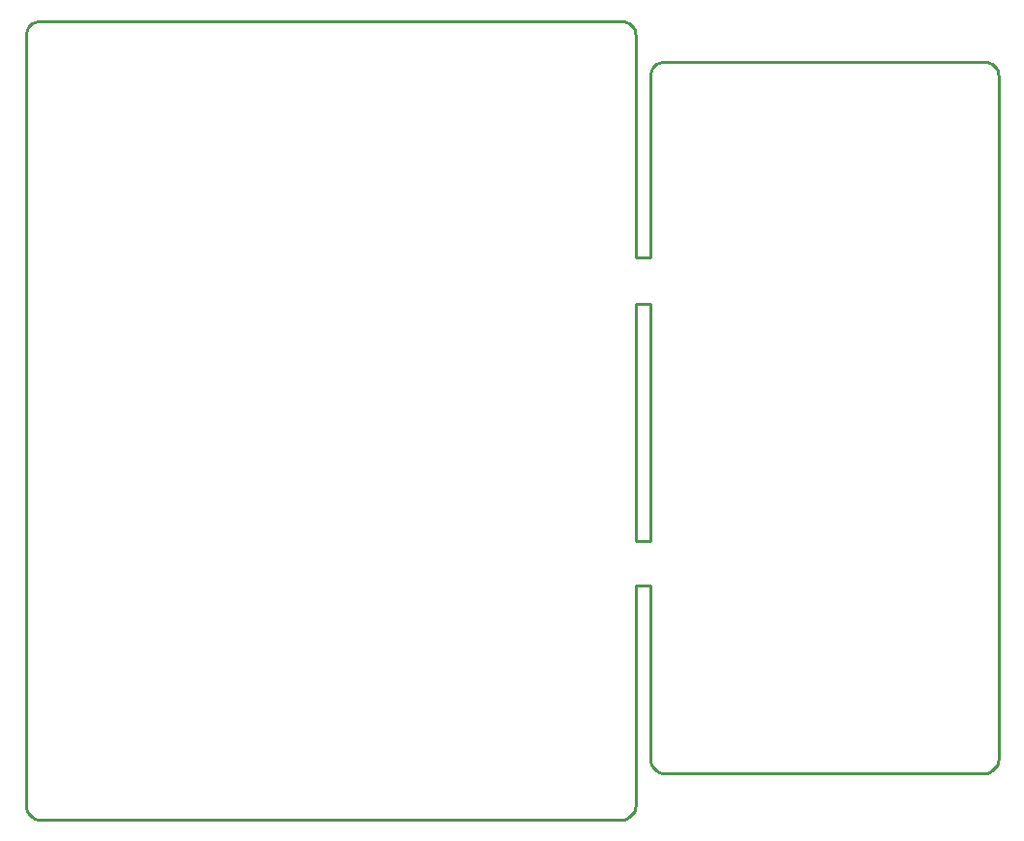
<source format=gko>
G04*
G04 #@! TF.GenerationSoftware,Altium Limited,Altium Designer,21.1.1 (26)*
G04*
G04 Layer_Color=16711935*
%FSLAX25Y25*%
%MOIN*%
G70*
G04*
G04 #@! TF.SameCoordinates,592B810C-F54D-4935-B22E-3467A51DD14B*
G04*
G04*
G04 #@! TF.FilePolarity,Positive*
G04*
G01*
G75*
%ADD11C,0.01000*%
D11*
X330000Y16500D02*
X330976Y16596D01*
X331913Y16881D01*
X332778Y17343D01*
X333536Y17965D01*
X334157Y18722D01*
X334619Y19587D01*
X334904Y20525D01*
X335000Y21500D01*
Y256500D02*
X334904Y257475D01*
X334619Y258413D01*
X334157Y259278D01*
X333536Y260035D01*
X332778Y260657D01*
X331913Y261119D01*
X330976Y261404D01*
X330000Y261500D01*
X220000D02*
X219024Y261404D01*
X218087Y261119D01*
X217222Y260657D01*
X216464Y260035D01*
X215843Y259278D01*
X215381Y258413D01*
X215096Y257475D01*
X215000Y256500D01*
Y21500D02*
X215096Y20525D01*
X215381Y19587D01*
X215843Y18722D01*
X216464Y17965D01*
X217222Y17343D01*
X218087Y16881D01*
X219024Y16596D01*
X220000Y16500D01*
X0Y5500D02*
X96Y4524D01*
X381Y3587D01*
X843Y2722D01*
X1464Y1964D01*
X2222Y1343D01*
X3087Y881D01*
X4025Y596D01*
X5000Y500D01*
X205000D02*
X205976Y596D01*
X206913Y881D01*
X207778Y1343D01*
X208536Y1964D01*
X209157Y2722D01*
X209619Y3587D01*
X209904Y4524D01*
X210000Y5500D01*
X5000Y275500D02*
X4025Y275404D01*
X3087Y275119D01*
X2222Y274657D01*
X1464Y274036D01*
X843Y273278D01*
X381Y272413D01*
X96Y271476D01*
X0Y270500D01*
X210000D02*
X209904Y271476D01*
X209619Y272413D01*
X209157Y273278D01*
X208536Y274036D01*
X207778Y274657D01*
X206913Y275119D01*
X205976Y275404D01*
X205000Y275500D01*
X210000Y96500D02*
Y178000D01*
X215000D01*
Y96500D02*
Y178000D01*
X210000Y96500D02*
X215000D01*
Y194000D02*
Y256500D01*
X210000Y194000D02*
X215000D01*
X210000D02*
Y270500D01*
X215000Y21500D02*
Y81000D01*
X210000D02*
X215000D01*
X210000Y5500D02*
Y81000D01*
X220000Y16500D02*
X330000D01*
X335000Y21500D02*
Y256500D01*
X220000Y261500D02*
X330000D01*
X0Y5500D02*
Y270500D01*
X5000Y275500D02*
X205000D01*
X5000Y500D02*
X205000D01*
M02*

</source>
